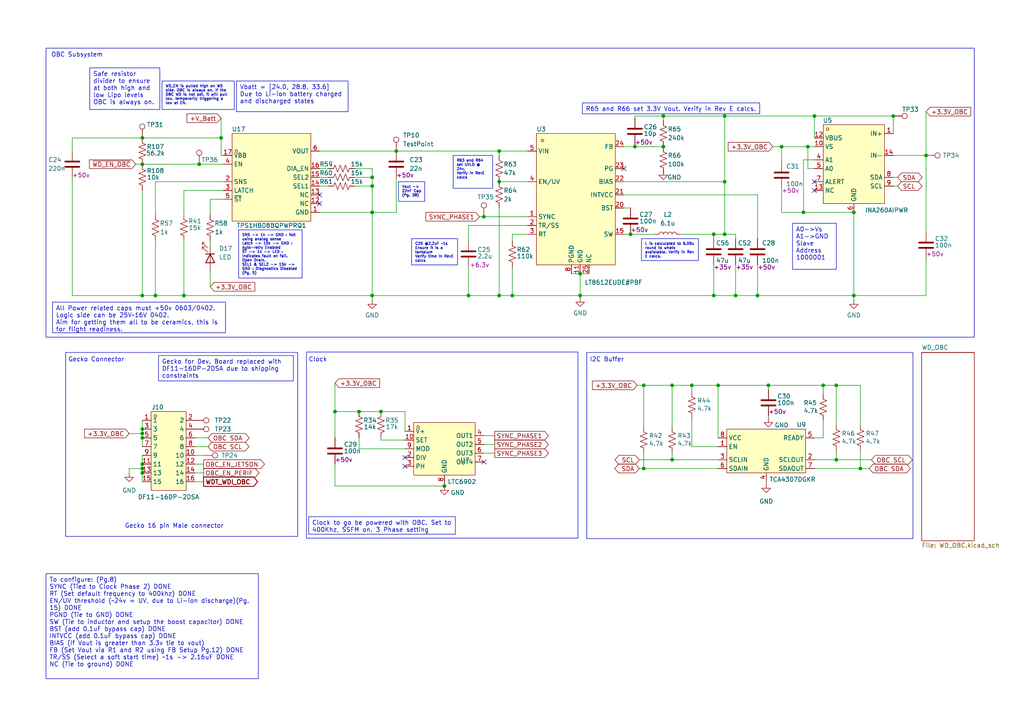
<source format=kicad_sch>
(kicad_sch (version 20250114) (generator "eeschema") (generator_version "9.0")
  (paper "A4")
  (lib_symbols
    (symbol "Device:C" (pin_numbers (hide yes)) (pin_names (offset 0.254))
      (property "Reference" "C" (at 0.635 2.54 0))
      (property "Value" "C" (at 0.635 -2.54 0))
      (symbol "C_0_1"
        (polyline (pts (xy -2.032 0.762) (xy 2.032 0.762)) (stroke (width 0.508)))
        (polyline (pts (xy -2.032 -0.762) (xy 2.032 -0.762)) (stroke (width 0.508)))
      )
      (symbol "C_1_1"
        (pin passive line (at 0 3.81 270) (length 2.794) (name "~") (number "1"))
        (pin passive line (at 0 -3.81 90) (length 2.794) (name "~") (number "2"))
      )
    )
    (symbol "Device:L" (pin_numbers (hide yes)) (pin_names (offset 1.016) (hide yes))
      (property "Reference" "L" (at -1.27 0 90))
      (property "Value" "L" (at 1.905 0 90))
      (symbol "L_0_1"
        (arc (start 0 2.54) (mid 0.6323 1.905) (end 0 1.27))
        (arc (start 0 1.27) (mid 0.6323 0.635) (end 0 0))
        (arc (start 0 0) (mid 0.6323 -0.635) (end 0 -1.27))
        (arc (start 0 -1.27) (mid 0.6323 -1.905) (end 0 -2.54))
      )
      (symbol "L_1_1"
        (pin passive line (at 0 3.81 270) (length 1.27) (name "1") (number "1"))
        (pin passive line (at 0 -3.81 90) (length 1.27) (name "2") (number "2"))
      )
    )
    (symbol "Device:LED" (pin_numbers (hide yes)) (pin_names (offset 1.016) (hide yes))
      (property "Reference" "D" (at 0 2.54 0))
      (property "Value" "LED" (at 0 -2.54 0))
      (symbol "LED_0_1"
        (polyline (pts (xy -3.048 -0.762) (xy -4.572 -2.286) (xy -3.81 -2.286) (xy -4.572 -2.286) (xy -4.572 -1.524)))
        (polyline (pts (xy -1.778 -0.762) (xy -3.302 -2.286) (xy -2.54 -2.286) (xy -3.302 -2.286) (xy -3.302 -1.524)))
        (polyline (pts (xy -1.27 0) (xy 1.27 0)))
        (polyline (pts (xy -1.27 -1.27) (xy -1.27 1.27)) (stroke (width 0.254)))
        (polyline (pts (xy 1.27 -1.27) (xy 1.27 1.27) (xy -1.27 0) (xy 1.27 -1.27)) (stroke (width 0.254)))
      )
      (symbol "LED_1_1"
        (pin passive line (at -3.81 0 0) (length 2.54) (name "K") (number "1"))
        (pin passive line (at 3.81 0 180) (length 2.54) (name "A") (number "2"))
      )
    )
    (symbol "Device:R_US" (pin_numbers (hide yes)) (pin_names (offset 0))
      (property "Reference" "R" (at 2.54 0 90))
      (property "Value" "R_US" (at -2.54 0 90))
      (symbol "R_US_0_1"
        (polyline (pts (xy 0 2.286) (xy 0 2.54)))
        (polyline (pts (xy 0 2.286) (xy 1.016 1.905) (xy 0 1.524) (xy -1.016 1.143) (xy 0 0.762)))
        (polyline (pts (xy 0 0.762) (xy 1.016 0.381) (xy 0 0) (xy -1.016 -0.381) (xy 0 -0.762)))
        (polyline (pts (xy 0 -0.762) (xy 1.016 -1.143) (xy 0 -1.524) (xy -1.016 -1.905) (xy 0 -2.286)))
        (polyline (pts (xy 0 -2.286) (xy 0 -2.54)))
      )
      (symbol "R_US_1_1"
        (pin passive line (at 0 3.81 270) (length 1.27) (name "~") (number "1"))
        (pin passive line (at 0 -3.81 90) (length 1.27) (name "~") (number "2"))
      )
    )
    (symbol "EPS:DF11-16DP-2DSA(08)"
      (property "Reference" "CN" (at 0 13.97 0))
      (property "Value" "DF11-16DP-2DSA(08)" (at 0 -13.97 0))
      (symbol "DF11-16DP-2DSA(08)_0_1"
        (rectangle (start -5.08 11.43) (end 5.08 -11.43) (fill (type background)))
        (circle (center -3.81 10.16) (radius 0.38))
        (pin unspecified line (at -7.62 8.89 0) (length 2.54) (name "1") (number "1"))
        (pin unspecified line (at -7.62 6.35 0) (length 2.54) (name "3") (number "3"))
        (pin unspecified line (at -7.62 3.81 0) (length 2.54) (name "5") (number "5"))
        (pin unspecified line (at -7.62 1.27 0) (length 2.54) (name "7") (number "7"))
        (pin unspecified line (at -7.62 -1.27 0) (length 2.54) (name "9") (number "9"))
        (pin unspecified line (at -7.62 -3.81 0) (length 2.54) (name "11") (number "11"))
        (pin unspecified line (at -7.62 -6.35 0) (length 2.54) (name "13") (number "13"))
        (pin unspecified line (at -7.62 -8.89 0) (length 2.54) (name "15") (number "15"))
        (pin unspecified line (at 7.62 8.89 180) (length 2.54) (name "2") (number "2"))
        (pin unspecified line (at 7.62 6.35 180) (length 2.54) (name "4") (number "4"))
        (pin unspecified line (at 7.62 3.81 180) (length 2.54) (name "6") (number "6"))
        (pin unspecified line (at 7.62 1.27 180) (length 2.54) (name "8") (number "8"))
        (pin unspecified line (at 7.62 -1.27 180) (length 2.54) (name "10") (number "10"))
        (pin unspecified line (at 7.62 -3.81 180) (length 2.54) (name "12") (number "12"))
        (pin unspecified line (at 7.62 -6.35 180) (length 2.54) (name "14") (number "14"))
        (pin unspecified line (at 7.62 -8.89 180) (length 2.54) (name "16") (number "16"))
      )
    )
    (symbol "EPS:INA260AIPWR"
      (property "Reference" "U" (at 0 13.97 0))
      (property "Value" "INA260AIPWR" (at 8.128 -12.954 0))
      (symbol "INA260AIPWR_0_1"
        (rectangle (start -8.89 11.43) (end 8.89 -11.43) (fill (type background)))
        (circle (center -7.62 10.16) (radius 0.38))
      )
      (symbol "INA260AIPWR_1_1"
        (pin passive line (at -11.43 7.62 0) (length 2.54) (name "VBUS") (number "12"))
        (pin passive line (at -11.43 5.08 0) (length 2.54) (name "VS") (number "10"))
        (pin passive line (at -11.43 1.27 0) (length 2.54) (name "A1") (number "4"))
        (pin passive line (at -11.43 -1.27 0) (length 2.54) (name "A0") (number "5"))
        (pin passive line (at -11.43 -5.08 0) (length 2.54) (name "ALERT") (number "7"))
        (pin passive line (at -11.43 -7.62 0) (length 2.54) (name "NC") (number "13"))
        (pin passive line (at 0 -13.97 90) (length 2.54) (name "GND") (number "6"))
        (pin passive line (at 11.43 8.89 180) (length 2.54) (name "IN+") (number "1"))
        (pin passive line (at 11.43 2.54 180) (length 2.54) (name "IN-") (number "14"))
        (pin passive line (at 11.43 -3.81 180) (length 2.54) (name "SDA") (number "8"))
        (pin passive line (at 11.43 -6.35 180) (length 2.54) (name "SCL") (number "9"))
      )
    )
    (symbol "EPS:LT8612EUDE#PBF"
      (property "Reference" "U" (at -1.27 24.13 0))
      (property "Value" "LT8612EUDE#PBF" (at 0 -29.21 0))
      (symbol "LT8612EUDE#PBF_0_1"
        (rectangle (start -11.43 16.51) (end 11.43 -21.59) (fill (type background)))
        (circle (center -9.652 14.478) (radius 0.38))
      )
      (symbol "LT8612EUDE#PBF_1_1"
        (pin passive line (at -13.97 11.43 0) (length 2.54) (name "VIN") (number "5"))
        (pin passive line (at -13.97 2.54 0) (length 2.54) (name "EN/UV") (number "4"))
        (pin passive line (at -13.97 -7.62 0) (length 2.54) (name "SYNC") (number "1"))
        (pin passive line (at -13.97 -10.16 0) (length 2.54) (name "TR/SS") (number "2"))
        (pin passive line (at -13.97 -12.7 0) (length 2.54) (name "RT") (number "3"))
        (pin passive line (at -1.27 -24.13 90) (length 2.54) (name "PGND") (number "8"))
        (pin passive line (at 1.27 -24.13 90) (length 2.54) (name "GND") (number "11"))
        (pin passive line (at 3.81 -24.13 90) (length 2.54) (name "NC") (number "25"))
        (pin passive line (at 13.97 12.7 180) (length 2.54) (name "FB") (number "24"))
        (pin passive line (at 13.97 6.35 180) (length 2.54) (name "PG") (number "23"))
        (pin passive line (at 13.97 2.54 180) (length 2.54) (name "BIAS") (number "22"))
        (pin passive line (at 13.97 -1.27 180) (length 2.54) (name "INTVCC") (number "21"))
        (pin passive line (at 13.97 -5.08 180) (length 2.54) (name "BST") (number "20"))
        (pin passive line (at 13.97 -12.7 180) (length 2.54) (name "SW") (number "15"))
      )
    )
    (symbol "EPS:LTC6902IMS#TRPBF"
      (property "Reference" "U" (at 0 10.16 0))
      (property "Value" "LTC6902IMS#TRPBF" (at 0 -10.16 0))
      (symbol "LTC6902IMS#TRPBF_0_1"
        (rectangle (start -8.89 7.62) (end 8.89 -7.62) (fill (type background)))
        (circle (center -7.62 6.35) (radius 0.38))
        (pin unspecified line (at -11.43 5.08 0) (length 2.54) (name "V+") (number "1"))
        (pin unspecified line (at -11.43 2.54 0) (length 2.54) (name "SET") (number "10"))
        (pin unspecified line (at -11.43 0 0) (length 2.54) (name "MOD") (number "9"))
        (pin unspecified line (at -11.43 -2.54 0) (length 2.54) (name "DIV") (number "2"))
        (pin unspecified line (at -11.43 -5.08 0) (length 2.54) (name "PH") (number "3"))
        (pin unspecified line (at 0 -10.16 90) (length 2.54) (name "GND") (number "8"))
        (pin unspecified line (at 11.43 3.81 180) (length 2.54) (name "OUT1") (number "4"))
        (pin unspecified line (at 11.43 1.27 180) (length 2.54) (name "OUT2") (number "5"))
        (pin unspecified line (at 11.43 -1.27 180) (length 2.54) (name "OUT3") (number "6"))
        (pin unspecified line (at 11.43 -3.81 180) (length 2.54) (name "OUT4") (number "7"))
      )
    )
    (symbol "EPS:TCA4307DGKR"
      (property "Reference" "U" (at 0 8.89 0))
      (property "Value" "TCA4307DGKR" (at 0 -8.89 0))
      (symbol "TCA4307DGKR_0_1"
        (rectangle (start -11.43 6.35) (end 11.43 -6.35) (fill (type background)))
        (pin unspecified line (at -13.97 3.81 0) (length 2.54) (name "VCC") (number "8"))
        (pin unspecified line (at -13.97 1.27 0) (length 2.54) (name "EN") (number "1"))
        (pin unspecified line (at -13.97 -2.54 0) (length 2.54) (name "SCLIN") (number "3"))
        (pin unspecified line (at -13.97 -5.08 0) (length 2.54) (name "SDAIN") (number "6"))
        (pin unspecified line (at 0 -8.89 90) (length 2.54) (name "GND") (number "4"))
        (pin unspecified line (at 13.97 3.81 180) (length 2.54) (name "READY") (number "5"))
        (pin unspecified line (at 13.97 -2.54 180) (length 2.54) (name "SCLOUT") (number "2"))
        (pin unspecified line (at 13.97 -5.08 180) (length 2.54) (name "SDAOUT") (number "7"))
      )
    )
    (symbol "EPS:TPS1HB08BQPWPRQ1"
      (property "Reference" "U" (at 0 15.24 0))
      (property "Value" "TPS1HB08BQPWPRQ1" (at 0 -15.24 0))
      (symbol "TPS1HB08BQPWPRQ1_0_1"
        (rectangle (start -11.43 12.7) (end 11.43 -12.7) (fill (type background)))
        (circle (center -10.16 7.62) (radius 0.38))
      )
      (symbol "TPS1HB08BQPWPRQ1_1_1"
        (pin passive line (at -13.97 6.35 0) (length 2.54) (name "VBB") (number "17"))
        (pin passive line (at -13.97 3.81 0) (length 2.54) (name "EN") (number "4"))
        (pin passive line (at -13.97 -1.27 0) (length 2.54) (name "SNS") (number "2"))
        (pin passive line (at -13.97 -3.81 0) (length 2.54) (name "LATCH") (number "3"))
        (pin passive line (at -13.97 -6.35 0) (length 2.54) (name "~{ST}") (number "5"))
        (pin passive line (at 13.97 7.62 180) (length 2.54) (name "VOUT") (number "6"))
        (pin passive line (at 13.97 2.54 180) (length 2.54) (name "DIA_EN") (number "16"))
        (pin passive line (at 13.97 0 180) (length 2.54) (name "SEL2") (number "15"))
        (pin passive line (at 13.97 -2.54 180) (length 2.54) (name "SEL1") (number "14"))
        (pin passive line (at 13.97 -5.08 180) (length 2.54) (name "NC") (number "13"))
        (pin passive line (at 13.97 -7.62 180) (length 2.54) (name "NC") (number "12"))
        (pin passive line (at 13.97 -10.16 180) (length 2.54) (name "GND") (number "1"))
      )
    )
    (symbol "EPS:TestPoint" (pin_numbers (hide yes)) (pin_names (offset 0.762) (hide yes))
      (property "Reference" "TP" (at 0 6.858 0))
      (property "Value" "TestPoint" (at 0 5.08 0))
      (symbol "TestPoint_0_1"
        (circle (center 0 3.302) (radius 0.762))
      )
      (symbol "TestPoint_1_1"
        (pin passive line (at 0 0 90) (length 2.54) (name "1") (number "1"))
      )
    )
    (symbol "power:GND" (power) (pin_numbers (hide yes)) (pin_names (offset 0) (hide yes))
      (property "Value" "GND" (at 0 -3.81 0))
      (symbol "GND_0_1"
        (polyline (pts (xy 0 0) (xy 0 -1.27) (xy 1.27 -1.27) (xy 0 -2.54) (xy -1.27 -1.27) (xy 0 -1.27)))
      )
      (symbol "GND_1_1"
        (pin power_in line (at 0 0 270) (length 0) (name "~") (number "1"))
      )
    )
  )
  (rectangle (start 13.335 13.97) (end 282.575 97.79))
  (rectangle (start 88.9 102.108) (end 167.64 156.083))
  (rectangle (start 170.18 102.235) (end 264.795 156.21))
  (rectangle (start 19.05 102.235) (end 86.36 155.575))
  (text "Clock\n" (at 92.202 104.394 0) (effects (font (size 1.27 1.27))))
  (text "OBC Subsystem" (at 22.352 16.002 0) (effects (font (size 1.27 1.27))))
  (text "I2C Buffer" (at 176.022 104.394 0) (effects (font (size 1.27 1.27))))
  (text "Gecko Connector" (at 27.94 104.394 0) (effects (font (size 1.27 1.27))))
  (text "Gecko 16 pin Male connector" (at 50.546 152.654 0) (effects (font (size 1.27 1.27))))
  (text_box "R65 and R66 set 3.3V Vout. Verify in Rev E calcs." (at 168.91 29.845 0) (size 51.435 3.175) (margins 0.9525 0.9525 0.9525 0.9525) (effects (font (size 1.27 1.27)) (justify left top)))
  (text_box "L is calculated to 6.09u round to whats avaialable. Verify in Rev E calcs." (at 186.055 69.215 0) (size 16.51 6.35) (margins 0.9525 0.9525 0.9525 0.9525) (effects (font (size 0.762 0.762)) (justify left top)))
  (text_box "A0->Vs\nA1->GND\nSlave Address\n1000001" (at 229.87 64.77 0) (size 12.7 13.335) (margins 0.9525 0.9525 0.9525 0.9525) (effects (font (size 1.27 1.27)) (justify left top)))
  (text_box "All Power related caps must +50v 0603/0402. Logic side can be 25V~16V 0402.\nAim for getting them all to be ceramics, this is for flight readiness." (at 15.24 87.63 0) (size 50.165 8.89) (margins 0.9525 0.9525 0.9525 0.9525) (effects (font (size 1.27 1.27)) (justify left top)))
  (text_box "To configure: (Pg.8)\nSYNC (Tied to Clock Phase 2) DONE\nRT (Set default frequency to 400khz) DONE\nEN/UV threshold (~24v = UV, due to Li-ion discharge)(Pg. 15) DONE\nPGND (Tie to GND) DONE\nSW (Tie to inductor and setup the boost capacitor) DONE\nBST (add 0.1uF bypass cap) DONE\nINTVCC (add 0.1uF bypass cap) DONE\nBIAS (If Vout is greater than 3.3v tie to vout)\nFB (Set Vout via R1 and R2 using FB Setup Pg.12) DONE\nTR/SS (Select a soft start time) ~1s -> 2.16uF DONE\nNC (Tie to ground) DONE" (at 13.335 166.37 0) (size 61.595 30.48) (margins 0.9525 0.9525 0.9525 0.9525) (effects (font (size 1.27 1.27)) (justify left top)))
  (text_box "Vbatt = [24.0, 28.8, 33.6] Due to Li-ion battery charged and discharged states" (at 68.58 23.495 0) (size 32.385 8.89) (margins 0.9525 0.9525 0.9525 0.9525) (effects (font (size 1.27 1.27)) (justify left top)))
  (text_box "Safe resistor divider to ensure at both high and low Lipo levels OBC is always on." (at 26.035 19.685 0) (size 20.32 12.065) (margins 0.9525 0.9525 0.9525 0.9525) (effects (font (size 1.27 1.27)) (justify left top)))
  (text_box "WD_EN is pulled high on WD side. OBC is always on. If the OBC WD is not pet, it will pull low, temporarily triggering a low at EN." (at 46.99 23.495 0) (size 20.955 8.255) (margins 0.9525 0.9525 0.9525 0.9525) (effects (font (size 0.762 0.762)) (justify left top)))
  (text_box "R63 and R64 set UVLO @ 24v.\nVerify in RevE calcs" (at 131.445 45.085 0) (size 11.43 9.525) (margins 0.9525 0.9525 0.9525 0.9525) (effects (font (size 0.762 0.762)) (justify left top)))
  (text_box "Vout -> 22nF Cap\n(Pg. 38)" (at 115.57 52.705 0) (size 7.62 5.715) (margins 0.9525 0.9525 0.9525 0.9525) (effects (font (size 0.762 0.762)) (justify left top)))
  (text_box "C25 @2.2uF ~1s\nEnsure it is a tantalum\nVerify time in RevE calcs" (at 119.38 69.215 0) (size 13.335 7.62) (margins 0.9525 0.9525 0.9525 0.9525) (effects (font (size 0.762 0.762)) (justify left top)))
  (text_box "Gecko for Dev. Board replaced with DF11-16DP-2DSA due to shipping constraints" (at 45.974 103.124 0) (size 39.116 7.366) (margins 0.9525 0.9525 0.9525 0.9525) (effects (font (size 1.27 1.27)) (justify left top)))
  (text_box "SNS -> 1k -> GND : Not using analog sense\nLatch -> 15k -> GND : Auto-retry Enabled\n~{ST} -> 1k -> LED : Indicates fault on fail. Open Drain.\nSEL1 & SEL2 -> 15k -> GND : Diagnostics Disabled\n(Pg. 5)" (at 69.215 66.675 0) (size 18.415 13.97) (margins 0.9525 0.9525 0.9525 0.9525) (effects (font (size 0.762 0.762)) (justify left top)))
  (text_box "Clock to go be powered with OBC. Set to 400Khz, SSFM on. 3 Phase setting" (at 89.535 149.86 0) (size 42.545 5.08) (margins 0.9525 0.9525 0.9525 0.9525) (effects (font (size 1.27 1.27)) (justify left top)))
  (junction (at 192.405 33.655))
  (junction (at 45.085 85.725))
  (junction (at 247.65 61.595))
  (junction (at 107.95 53.975))
  (junction (at 41.275 124.46))
  (junction (at 207.01 85.725))
  (junction (at 110.49 119.38))
  (junction (at 107.95 85.725))
  (junction (at 247.65 85.725))
  (junction (at 41.275 125.73))
  (junction (at 144.78 85.725))
  (junction (at 53.34 85.725))
  (junction (at 259.08 33.655))
  (junction (at 222.885 111.76))
  (junction (at 97.155 119.38))
  (junction (at 41.275 134.62))
  (junction (at 234.315 42.545))
  (junction (at 107.95 51.435))
  (junction (at 192.405 42.545))
  (junction (at 208.28 111.76))
  (junction (at 194.945 111.76))
  (junction (at 233.045 61.595))
  (junction (at 41.275 47.625))
  (junction (at 41.275 127))
  (junction (at 200.66 111.76))
  (junction (at 57.785 47.625))
  (junction (at 219.71 85.725))
  (junction (at 41.275 135.89))
  (junction (at 186.69 135.89))
  (junction (at 238.76 111.76))
  (junction (at 114.935 43.815))
  (junction (at 128.905 140.97))
  (junction (at 144.78 43.815))
  (junction (at 144.78 52.705))
  (junction (at 242.57 111.76))
  (junction (at 140.335 62.865))
  (junction (at 242.57 133.35))
  (junction (at 64.135 40.005))
  (junction (at 104.14 119.38))
  (junction (at 210.185 67.945))
  (junction (at 168.275 79.375))
  (junction (at 249.555 135.89))
  (junction (at 148.59 85.725))
  (junction (at 41.275 85.725))
  (junction (at 210.185 33.655))
  (junction (at 186.69 111.76))
  (junction (at 41.275 137.16))
  (junction (at 168.275 85.725))
  (junction (at 226.695 42.545))
  (junction (at 210.185 52.705))
  (junction (at 213.36 85.725))
  (junction (at 207.01 67.945))
  (junction (at 135.89 85.725))
  (junction (at 182.88 67.945))
  (junction (at 107.95 61.595))
  (junction (at 184.15 42.545))
  (junction (at 236.22 33.655))
  (junction (at 194.945 133.35))
  (junction (at 268.605 45.085))
  (junction (at 41.275 40.005))
  (no_connect (at 236.22 55.245))
  (no_connect (at 117.475 132.715))
  (no_connect (at 236.22 52.705))
  (no_connect (at 117.475 135.255))
  (no_connect (at 140.335 133.985))
  (no_connect (at 92.71 56.515))
  (no_connect (at 180.975 48.895))
  (no_connect (at 92.71 59.055))
  (wire (pts (xy 234.315 42.545) (xy 236.22 42.545)))
  (wire (pts (xy 107.95 85.725) (xy 107.95 61.595)))
  (wire (pts (xy 249.555 111.76) (xy 249.555 123.19)))
  (wire (pts (xy 135.89 85.725) (xy 144.78 85.725)))
  (wire (pts (xy 226.695 61.595) (xy 233.045 61.595)))
  (wire (pts (xy 210.185 67.945) (xy 213.36 67.945)))
  (wire (pts (xy 144.78 60.325) (xy 144.78 85.725)))
  (wire (pts (xy 45.085 69.85) (xy 45.085 85.725)))
  (wire (pts (xy 53.34 55.245) (xy 53.34 62.23)))
  (wire (pts (xy 60.96 57.785) (xy 64.77 57.785)))
  (wire (pts (xy 268.605 32.385) (xy 268.605 45.085)))
  (wire (pts (xy 222.25 140.335) (xy 222.25 139.7)))
  (wire (pts (xy 192.405 33.655) (xy 184.15 33.655)))
  (wire (pts (xy 92.71 61.595) (xy 107.95 61.595)))
  (wire (pts (xy 140.335 62.865) (xy 153.035 62.865)))
  (wire (pts (xy 194.945 111.76) (xy 200.66 111.76)))
  (wire (pts (xy 194.945 111.76) (xy 194.945 123.825)))
  (wire (pts (xy 41.275 134.62) (xy 41.275 135.89)))
  (wire (pts (xy 92.71 43.815) (xy 114.935 43.815)))
  (wire (pts (xy 135.89 69.85) (xy 135.89 65.405)))
  (wire (pts (xy 41.275 127) (xy 41.275 129.54)))
  (wire (pts (xy 41.275 40.005) (xy 64.135 40.005)))
  (wire (pts (xy 259.08 51.435) (xy 260.35 51.435)))
  (wire (pts (xy 238.76 111.76) (xy 242.57 111.76)))
  (wire (pts (xy 107.95 48.895) (xy 107.95 51.435)))
  (wire (pts (xy 148.59 85.725) (xy 168.275 85.725)))
  (wire (pts (xy 41.275 137.16) (xy 41.275 139.7)))
  (wire (pts (xy 37.465 135.89) (xy 41.275 135.89)))
  (wire (pts (xy 186.69 135.89) (xy 208.28 135.89)))
  (wire (pts (xy 110.49 119.38) (xy 117.475 119.38)))
  (wire (pts (xy 53.34 55.245) (xy 64.77 55.245)))
  (wire (pts (xy 192.405 33.655) (xy 192.405 34.925)))
  (wire (pts (xy 95.25 51.435) (xy 92.71 51.435)))
  (wire (pts (xy 140.335 131.445) (xy 143.51 131.445)))
  (wire (pts (xy 60.96 83.185) (xy 60.96 78.74)))
  (wire (pts (xy 97.155 140.97) (xy 128.905 140.97)))
  (wire (pts (xy 148.59 67.945) (xy 153.035 67.945)))
  (wire (pts (xy 213.36 76.835) (xy 213.36 85.725)))
  (wire (pts (xy 56.515 137.16) (xy 59.055 137.16)))
  (wire (pts (xy 242.57 130.81) (xy 242.57 133.35)))
  (wire (pts (xy 222.885 120.65) (xy 222.885 121.285)))
  (wire (pts (xy 184.785 111.76) (xy 186.69 111.76)))
  (wire (pts (xy 64.77 52.705) (xy 45.085 52.705)))
  (wire (pts (xy 222.885 111.76) (xy 238.76 111.76)))
  (wire (pts (xy 180.975 60.325) (xy 182.88 60.325)))
  (wire (pts (xy 97.155 134.62) (xy 97.155 140.97)))
  (wire (pts (xy 236.22 40.005) (xy 236.22 33.655)))
  (wire (pts (xy 249.555 130.81) (xy 249.555 135.89)))
  (wire (pts (xy 222.885 113.03) (xy 222.885 111.76)))
  (wire (pts (xy 234.315 48.895) (xy 234.315 42.545)))
  (wire (pts (xy 210.185 33.655) (xy 236.22 33.655)))
  (wire (pts (xy 268.605 85.725) (xy 268.605 74.93)))
  (wire (pts (xy 180.975 56.515) (xy 219.71 56.515)))
  (wire (pts (xy 135.89 65.405) (xy 153.035 65.405)))
  (wire (pts (xy 60.96 69.85) (xy 60.96 71.12)))
  (wire (pts (xy 186.69 131.445) (xy 186.69 135.89)))
  (wire (pts (xy 20.955 43.815) (xy 20.955 40.005)))
  (wire (pts (xy 102.87 51.435) (xy 107.95 51.435)))
  (wire (pts (xy 238.76 121.92) (xy 238.76 127)))
  (wire (pts (xy 144.78 43.815) (xy 144.78 45.085)))
  (wire (pts (xy 56.515 134.62) (xy 59.055 134.62)))
  (wire (pts (xy 56.515 139.7) (xy 59.055 139.7)))
  (wire (pts (xy 107.95 53.975) (xy 107.95 61.595)))
  (wire (pts (xy 41.275 132.08) (xy 41.275 134.62)))
  (wire (pts (xy 233.045 61.595) (xy 247.65 61.595)))
  (wire (pts (xy 60.96 57.785) (xy 60.96 62.23)))
  (wire (pts (xy 184.15 41.91) (xy 184.15 42.545)))
  (wire (pts (xy 236.22 48.895) (xy 234.315 48.895)))
  (wire (pts (xy 97.155 119.38) (xy 97.155 127)))
  (wire (pts (xy 182.88 67.945) (xy 189.865 67.945)))
  (wire (pts (xy 165.735 79.375) (xy 168.275 79.375)))
  (wire (pts (xy 110.49 127) (xy 110.49 127.635)))
  (wire (pts (xy 180.975 52.705) (xy 210.185 52.705)))
  (wire (pts (xy 185.42 133.35) (xy 194.945 133.35)))
  (wire (pts (xy 226.695 42.545) (xy 226.695 46.99)))
  (wire (pts (xy 104.14 127) (xy 104.14 130.175)))
  (wire (pts (xy 242.57 111.76) (xy 249.555 111.76)))
  (wire (pts (xy 186.69 111.76) (xy 186.69 123.825)))
  (wire (pts (xy 238.76 127) (xy 236.22 127)))
  (wire (pts (xy 140.335 126.365) (xy 143.51 126.365)))
  (wire (pts (xy 168.275 85.725) (xy 207.01 85.725)))
  (wire (pts (xy 110.49 127.635) (xy 117.475 127.635)))
  (wire (pts (xy 139.065 62.865) (xy 140.335 62.865)))
  (wire (pts (xy 213.36 67.945) (xy 213.36 69.215)))
  (wire (pts (xy 200.66 121.285) (xy 200.66 129.54)))
  (wire (pts (xy 236.22 33.655) (xy 259.08 33.655)))
  (wire (pts (xy 184.15 42.545) (xy 192.405 42.545)))
  (wire (pts (xy 224.155 42.545) (xy 226.695 42.545)))
  (wire (pts (xy 180.975 67.945) (xy 182.88 67.945)))
  (wire (pts (xy 64.135 40.005) (xy 64.135 45.085)))
  (wire (pts (xy 219.71 56.515) (xy 219.71 69.215)))
  (wire (pts (xy 233.045 46.355) (xy 236.22 46.355)))
  (wire (pts (xy 186.69 111.76) (xy 194.945 111.76)))
  (wire (pts (xy 45.085 52.705) (xy 45.085 62.23)))
  (wire (pts (xy 148.59 85.725) (xy 148.59 77.47)))
  (wire (pts (xy 208.28 111.76) (xy 208.28 127)))
  (wire (pts (xy 144.78 43.815) (xy 153.035 43.815)))
  (wire (pts (xy 102.87 48.895) (xy 107.95 48.895)))
  (wire (pts (xy 259.08 53.975) (xy 260.35 53.975)))
  (wire (pts (xy 20.955 51.435) (xy 20.955 85.725)))
  (wire (pts (xy 242.57 133.35) (xy 252.73 133.35)))
  (wire (pts (xy 95.25 48.895) (xy 92.71 48.895)))
  (wire (pts (xy 247.65 85.725) (xy 268.605 85.725)))
  (wire (pts (xy 39.37 47.625) (xy 41.275 47.625)))
  (wire (pts (xy 56.515 127) (xy 60.325 127)))
  (wire (pts (xy 247.65 61.595) (xy 247.65 85.725)))
  (wire (pts (xy 226.695 42.545) (xy 234.315 42.545)))
  (wire (pts (xy 194.945 131.445) (xy 194.945 133.35)))
  (wire (pts (xy 41.275 125.73) (xy 41.275 127)))
  (wire (pts (xy 194.945 133.35) (xy 208.28 133.35)))
  (wire (pts (xy 236.22 135.89) (xy 249.555 135.89)))
  (wire (pts (xy 207.01 85.725) (xy 213.36 85.725)))
  (wire (pts (xy 197.485 67.945) (xy 207.01 67.945)))
  (wire (pts (xy 20.955 40.005) (xy 41.275 40.005)))
  (wire (pts (xy 102.87 53.975) (xy 107.95 53.975)))
  (wire (pts (xy 41.275 124.46) (xy 41.275 125.73)))
  (wire (pts (xy 64.135 45.085) (xy 64.77 45.085)))
  (wire (pts (xy 144.78 85.725) (xy 148.59 85.725)))
  (wire (pts (xy 97.155 119.38) (xy 104.14 119.38)))
  (wire (pts (xy 107.95 61.595) (xy 114.935 61.595)))
  (wire (pts (xy 128.905 140.335) (xy 128.905 140.97)))
  (wire (pts (xy 64.135 34.29) (xy 64.135 40.005)))
  (wire (pts (xy 210.185 33.655) (xy 210.185 52.705)))
  (wire (pts (xy 56.515 129.54) (xy 60.325 129.54)))
  (wire (pts (xy 104.14 119.38) (xy 110.49 119.38)))
  (wire (pts (xy 20.955 85.725) (xy 41.275 85.725)))
  (wire (pts (xy 207.01 76.835) (xy 207.01 85.725)))
  (wire (pts (xy 219.71 85.725) (xy 247.65 85.725)))
  (wire (pts (xy 117.475 119.38) (xy 117.475 125.095)))
  (wire (pts (xy 37.465 125.73) (xy 41.275 125.73)))
  (wire (pts (xy 56.515 132.08) (xy 59.055 132.08)))
  (wire (pts (xy 114.935 51.435) (xy 114.935 61.595)))
  (wire (pts (xy 140.335 128.905) (xy 143.51 128.905)))
  (wire (pts (xy 41.275 47.625) (xy 57.785 47.625)))
  (wire (pts (xy 184.15 33.655) (xy 184.15 34.29)))
  (wire (pts (xy 53.34 85.725) (xy 107.95 85.725)))
  (wire (pts (xy 168.275 86.36) (xy 168.275 85.725)))
  (wire (pts (xy 207.01 67.945) (xy 210.185 67.945)))
  (wire (pts (xy 238.76 111.76) (xy 238.76 114.3)))
  (wire (pts (xy 41.275 55.245) (xy 41.275 85.725)))
  (wire (pts (xy 57.785 47.625) (xy 64.77 47.625)))
  (wire (pts (xy 200.66 111.76) (xy 200.66 113.665)))
  (wire (pts (xy 226.695 54.61) (xy 226.695 61.595)))
  (wire (pts (xy 37.465 137.16) (xy 37.465 135.89)))
  (wire (pts (xy 249.555 135.89) (xy 252.095 135.89)))
  (wire (pts (xy 107.95 85.725) (xy 135.89 85.725)))
  (wire (pts (xy 208.28 111.76) (xy 222.885 111.76)))
  (wire (pts (xy 233.045 46.355) (xy 233.045 61.595)))
  (wire (pts (xy 104.14 130.175) (xy 117.475 130.175)))
  (wire (pts (xy 180.975 42.545) (xy 184.15 42.545)))
  (wire (pts (xy 45.085 85.725) (xy 53.34 85.725)))
  (wire (pts (xy 268.605 45.085) (xy 268.605 67.31)))
  (wire (pts (xy 135.89 77.47) (xy 135.89 85.725)))
  (wire (pts (xy 185.42 135.89) (xy 186.69 135.89)))
  (wire (pts (xy 41.275 121.92) (xy 41.275 124.46)))
  (wire (pts (xy 247.65 86.995) (xy 247.65 85.725)))
  (wire (pts (xy 114.935 43.815) (xy 144.78 43.815)))
  (wire (pts (xy 95.25 53.975) (xy 92.71 53.975)))
  (wire (pts (xy 207.01 67.945) (xy 207.01 69.215)))
  (wire (pts (xy 259.08 45.085) (xy 268.605 45.085)))
  (wire (pts (xy 107.95 86.995) (xy 107.95 85.725)))
  (wire (pts (xy 219.71 76.835) (xy 219.71 85.725)))
  (wire (pts (xy 107.95 51.435) (xy 107.95 53.975)))
  (wire (pts (xy 259.08 33.655) (xy 259.08 38.735)))
  (wire (pts (xy 168.275 79.375) (xy 170.815 79.375)))
  (wire (pts (xy 192.405 33.655) (xy 210.185 33.655)))
  (wire (pts (xy 53.34 69.85) (xy 53.34 85.725)))
  (wire (pts (xy 148.59 67.945) (xy 148.59 69.85)))
  (wire (pts (xy 210.185 52.705) (xy 210.185 67.945)))
  (wire (pts (xy 41.275 85.725) (xy 45.085 85.725)))
  (wire (pts (xy 200.66 129.54) (xy 208.28 129.54)))
  (wire (pts (xy 144.78 52.705) (xy 153.035 52.705)))
  (wire (pts (xy 168.275 79.375) (xy 168.275 85.725)))
  (wire (pts (xy 192.405 49.53) (xy 192.405 50.165)))
  (wire (pts (xy 200.66 111.76) (xy 208.28 111.76)))
  (wire (pts (xy 213.36 85.725) (xy 219.71 85.725)))
  (wire (pts (xy 41.275 135.89) (xy 41.275 137.16)))
  (wire (pts (xy 236.22 133.35) (xy 242.57 133.35)))
  (wire (pts (xy 242.57 123.19) (xy 242.57 111.76)))
  (wire (pts (xy 97.155 111.125) (xy 97.155 119.38)))
  (global_label "SYNC_PHASE1" (shape input) (at 139.065 62.865 180) (property "Intersheetrefs" "${INTERSHEET_REFS}" (effects (hide yes))))
  (global_label "SCL" (shape bidirectional) (at 185.42 133.35 180) (property "Intersheetrefs" "${INTERSHEET_REFS}" (effects (hide yes))))
  (global_label "SYNC_PHASE1" (shape output) (at 143.51 126.365 0) (property "Intersheetrefs" "${INTERSHEET_REFS}" (effects (hide yes))))
  (global_label "+V_Batt" (shape input) (at 64.135 34.29 180) (property "Intersheetrefs" "${INTERSHEET_REFS}" (effects (hide yes))))
  (global_label "+3.3V_OBC" (shape input) (at 37.465 125.73 180) (property "Intersheetrefs" "${INTERSHEET_REFS}" (effects (hide yes))))
  (global_label "OBC_EN_JETSON" (shape output) (at 59.055 134.62 0) (property "Intersheetrefs" "${INTERSHEET_REFS}" (effects (hide yes))))
  (global_label "WDT_WDI_OBC" (shape output) (at 59.055 139.7 0) (effects (font (thickness 0.254) (bold yes))) (property "Intersheetrefs" "${INTERSHEET_REFS}" (effects (hide yes))))
  (global_label "SDA" (shape bidirectional) (at 185.42 135.89 180) (property "Intersheetrefs" "${INTERSHEET_REFS}" (effects (hide yes))))
  (global_label "+3.3V_OBC" (shape input) (at 268.605 32.385 0) (property "Intersheetrefs" "${INTERSHEET_REFS}" (effects (hide yes))))
  (global_label "OBC SCL" (shape bidirectional) (at 252.73 133.35 0) (property "Intersheetrefs" "${INTERSHEET_REFS}" (effects (hide yes))))
  (global_label "+3.3V_OBC" (shape input) (at 97.155 111.125 0) (property "Intersheetrefs" "${INTERSHEET_REFS}" (effects (hide yes))))
  (global_label "SYNC_PHASE2" (shape output) (at 143.51 128.905 0) (property "Intersheetrefs" "${INTERSHEET_REFS}" (effects (hide yes))))
  (global_label "+3.3V_OBC" (shape input) (at 184.785 111.76 180) (property "Intersheetrefs" "${INTERSHEET_REFS}" (effects (hide yes))))
  (global_label "+3.3V_OBC" (shape input) (at 224.155 42.545 180) (property "Intersheetrefs" "${INTERSHEET_REFS}" (effects (hide yes))))
  (global_label "~{WD_EN_OBC}" (shape input) (at 39.37 47.625 180) (property "Intersheetrefs" "${INTERSHEET_REFS}" (effects (hide yes))))
  (global_label "SYNC_PHASE3" (shape output) (at 143.51 131.445 0) (property "Intersheetrefs" "${INTERSHEET_REFS}" (effects (hide yes))))
  (global_label "OBC_EN_PERIF" (shape output) (at 59.055 137.16 0) (property "Intersheetrefs" "${INTERSHEET_REFS}" (effects (hide yes))))
  (global_label "OBC SDA" (shape bidirectional) (at 60.325 127 0) (property "Intersheetrefs" "${INTERSHEET_REFS}" (effects (hide yes))))
  (global_label "+3.3V_OBC" (shape input) (at 60.96 83.185 0) (property "Intersheetrefs" "${INTERSHEET_REFS}" (effects (hide yes))))
  (global_label "SDA" (shape bidirectional) (at 260.35 51.435 0) (property "Intersheetrefs" "${INTERSHEET_REFS}" (effects (hide yes))))
  (global_label "OBC SDA" (shape bidirectional) (at 252.095 135.89 0) (property "Intersheetrefs" "${INTERSHEET_REFS}" (effects (hide yes))))
  (global_label "SCL" (shape bidirectional) (at 260.35 53.975 0) (property "Intersheetrefs" "${INTERSHEET_REFS}" (effects (hide yes))))
  (global_label "OBC SCL" (shape bidirectional) (at 60.325 129.54 0) (property "Intersheetrefs" "${INTERSHEET_REFS}" (effects (hide yes))))
  (symbol (lib_id "Device:R_US") (at 144.78 48.895 0) (unit 1)
    (property "Reference" "R63" (at 146.05 47.625 0) (effects (justify left)))
    (property "Value" "47k" (at 146.05 50.165 0) (effects (justify left)))
    (property "Footprint" "EPS:R0402" (effects (hide yes)))
    (property "Description" "Resistor, US symbol" (effects (hide yes)))
    (property "LCSC" "C93943" (effects (hide yes)))
  )
  (symbol (lib_id "EPS:TestPoint") (at 56.515 121.92 270) (unit 1)
    (property "Reference" "TP22" (at 62.23 121.9199 90) (effects (justify left)))
    (property "Value" "TestPoint" (effects (hide yes)))
    (property "Footprint" "TestPoint:TestPoint_Pad_1.0x1.0mm" (effects (hide yes)))
    (property "Description" "test point" (effects (hide yes)))
  )
  (symbol (lib_id "Device:R_US") (at 144.78 56.515 0) (unit 1)
    (property "Reference" "R64" (at 146.05 55.245 0) (effects (justify left)))
    (property "Value" "2k" (at 146.05 57.785 0) (effects (justify left)))
    (property "Footprint" "EPS:R0402" (effects (hide yes)))
    (property "Description" "Resistor, US symbol" (effects (hide yes)))
    (property "LCSC" "C60488" (effects (hide yes)))
  )
  (symbol (lib_id "power:GND") (at 192.405 49.53 0) (unit 1)
    (property "Reference" "#PWR052" (effects (hide yes)))
    (property "Value" "GND" (at 195.58 51.435 0))
    (property "Description" "Power symbol creates a global label with name \"GND\" , ground" (effects (hide yes)))
  )
  (symbol (lib_id "EPS:TCA4307DGKR") (at 222.25 130.81 0) (unit 1)
    (property "Reference" "U9" (at 232.41 123.19 0))
    (property "Value" "TCA4307DGKR" (at 229.87 139.065 0))
    (property "Footprint" "EPS:VSSOP-8_L3.0-W3.0-P0.65-LS4.9-BL" (effects (hide yes)))
    (property "Datasheet" "https://www.ti.com/general/docs/suppproductinfo.tsp?distId=10&gotoUrl=https%3A%2F%2Fwww.ti.com%2Flit%2Fgpn%2Ftca4307" (effects (hide yes)))
    (property "Description" "I2C Buffer" (effects (hide yes)))
    (property "LCSC Part" "C880333" (effects (hide yes)))
  )
  (symbol (lib_id "Device:C") (at 268.605 71.12 0) (unit 1)
    (property "Reference" "C32" (at 271.145 69.215 0) (effects (justify left)))
    (property "Value" "100n" (at 271.145 71.12 0) (effects (justify left)))
    (property "Footprint" "EPS:C0402" (effects (hide yes)))
    (property "Description" "Unpolarized capacitor" (effects (hide yes)))
    (property "Voltage Rating" "+50v" (at 271.145 73.66 0))
    (property "LCSC" "C85858" (effects (hide yes)))
  )
  (symbol (lib_id "Device:C") (at 114.935 47.625 0) (unit 1)
    (property "Reference" "C23" (at 118.745 46.3549 0) (effects (justify left)))
    (property "Value" "22n" (at 118.745 48.8949 0) (effects (justify left)))
    (property "Footprint" "EPS:C0402" (effects (hide yes)))
    (property "Description" "Unpolarized capacitor" (effects (hide yes)))
    (property "Voltage Rating" "+50v" (at 117.475 50.8 0))
    (property "LCSC" "C77023" (effects (hide yes)))
  )
  (symbol (lib_id "Device:R_US") (at 99.06 48.895 90) (unit 1)
    (property "Reference" "R59" (at 94.615 47.625 90))
    (property "Value" "15k" (at 103.505 47.625 90))
    (property "Footprint" "EPS:R0402" (effects (hide yes)))
    (property "Description" "Resistor, US symbol" (effects (hide yes)))
    (property "LCSC" "C25756" (effects (hide yes)))
  )
  (symbol (lib_id "Device:R_US") (at 192.405 46.355 0) (unit 1)
    (property "Reference" "R66" (at 193.675 45.085 0) (effects (justify left)))
    (property "Value" "100k" (at 193.675 47.625 0) (effects (justify left)))
    (property "Footprint" "EPS:R0402" (effects (hide yes)))
    (property "Description" "Resistor, US symbol" (effects (hide yes)))
    (property "LCSC" "C60491" (effects (hide yes)))
  )
  (symbol (lib_id "EPS:TestPoint") (at 268.605 45.085 270) (unit 1)
    (property "Reference" "TP34" (at 273.431 45.085 90) (effects (justify left)))
    (property "Value" "TestPoint" (effects (hide yes)))
    (property "Footprint" "TestPoint:TestPoint_Pad_1.0x1.0mm" (effects (hide yes)))
    (property "Description" "test point" (effects (hide yes)))
  )
  (symbol (lib_id "power:GND") (at 107.95 86.995 0) (unit 1)
    (property "Reference" "#PWR046" (effects (hide yes)))
    (property "Value" "GND" (at 107.95 91.44 0))
    (property "Description" "Power symbol creates a global label with name \"GND\" , ground" (effects (hide yes)))
  )
  (symbol (lib_id "EPS:TestPoint") (at 41.275 40.005 0) (unit 1)
    (property "Reference" "TP31" (at 42.545 36.195 0) (effects (justify left)))
    (property "Value" "TestPoint" (effects (hide yes)))
    (property "Footprint" "TestPoint:TestPoint_Pad_1.0x1.0mm" (effects (hide yes)))
    (property "Description" "test point" (effects (hide yes)))
  )
  (symbol (lib_id "Device:C") (at 207.01 73.025 0) (unit 1)
    (property "Reference" "C56" (at 207.645 70.485 0) (effects (justify left)))
    (property "Value" "47u" (at 207.645 75.565 0) (effects (justify left)))
    (property "Footprint" "EPS:CAP-SMD_L7.3-W4.3-FD" (effects (hide yes)))
    (property "Description" "Unpolarized capacitor" (effects (hide yes)))
    (property "Voltage Rating" "+35v" (at 209.55 77.47 0))
    (property "LCSC" "C87110" (effects (hide yes)))
  )
  (symbol (lib_id "Device:R_US") (at 186.69 127.635 0) (unit 1)
    (property "Reference" "R42" (at 188.214 126.365 0) (effects (justify left)))
    (property "Value" "4.7k" (at 188.214 128.651 0) (effects (justify left)))
    (property "Footprint" "Resistor_SMD:R_0603_1608Metric" (effects (hide yes)))
    (property "Description" "Resistor, US symbol" (effects (hide yes)))
    (property "LCSC" "C99782" (effects (hide yes)))
  )
  (symbol (lib_id "power:GND") (at 247.65 86.995 0) (unit 1)
    (property "Reference" "#PWR054" (effects (hide yes)))
    (property "Value" "GND" (at 247.65 91.44 0))
    (property "Description" "Power symbol creates a global label with name \"GND\" , ground" (effects (hide yes)))
  )
  (symbol (lib_id "Device:R_US") (at 192.405 38.735 0) (unit 1)
    (property "Reference" "R65" (at 193.675 37.465 0) (effects (justify left)))
    (property "Value" "240k" (at 193.675 40.005 0) (effects (justify left)))
    (property "Footprint" "EPS:R0402" (effects (hide yes)))
    (property "Description" "Resistor, US symbol" (effects (hide yes)))
    (property "LCSC" "C138029" (effects (hide yes)))
  )
  (symbol (lib_id "Device:C") (at 97.155 130.81 0) (unit 1)
    (property "Reference" "C29" (at 99.695 128.905 0) (effects (justify left)))
    (property "Value" "100n" (at 99.695 130.81 0) (effects (justify left)))
    (property "Footprint" "EPS:C0402" (effects (hide yes)))
    (property "Description" "Unpolarized capacitor" (effects (hide yes)))
    (property "Voltage Rating" "+50v" (at 99.695 133.35 0))
    (property "LCSC" "C85858" (effects (hide yes)))
  )
  (symbol (lib_id "Device:R_US") (at 242.57 127 0) (unit 1)
    (property "Reference" "R46" (at 244.094 125.73 0) (effects (justify left)))
    (property "Value" "4.7k" (at 244.094 128.016 0) (effects (justify left)))
    (property "Footprint" "Resistor_SMD:R_0603_1608Metric" (effects (hide yes)))
    (property "Description" "Resistor, US symbol" (effects (hide yes)))
    (property "LCSC" "C99782" (effects (hide yes)))
  )
  (symbol (lib_id "EPS:TestPoint") (at 140.335 62.865 0) (unit 1)
    (property "Reference" "TP35" (at 138.43 57.15 0) (effects (justify left)))
    (property "Value" "TestPoint" (effects (hide yes)))
    (property "Footprint" "TestPoint:TestPoint_Pad_1.0x1.0mm" (effects (hide yes)))
    (property "Description" "test point" (effects (hide yes)))
  )
  (symbol (lib_id "Device:R_US") (at 99.06 53.975 90) (unit 1)
    (property "Reference" "R61" (at 94.615 52.705 90))
    (property "Value" "15k" (at 103.505 52.705 90))
    (property "Footprint" "EPS:R0402" (effects (hide yes)))
    (property "Description" "Resistor, US symbol" (effects (hide yes)))
    (property "LCSC" "C25756" (effects (hide yes)))
  )
  (symbol (lib_id "power:GND") (at 168.275 86.36 0) (unit 1)
    (property "Reference" "#PWR049" (effects (hide yes)))
    (property "Value" "GND" (at 168.275 90.805 0))
    (property "Description" "Power symbol creates a global label with name \"GND\" , ground" (effects (hide yes)))
  )
  (symbol (lib_id "power:GND") (at 37.465 137.16 0) (unit 1)
    (property "Reference" "#PWR030" (effects (hide yes)))
    (property "Value" "GND" (at 37.465 142.24 0))
    (property "Description" "Power symbol creates a global label with name \"GND\" , ground" (effects (hide yes)))
  )
  (symbol (lib_id "Device:R_US") (at 41.275 43.815 180) (unit 1)
    (property "Reference" "R107" (at 45.085 42.545 0))
    (property "Value" "56.2k" (at 45.085 44.45 0))
    (property "Footprint" "EPS:R0402" (effects (hide yes)))
    (property "Description" "Resistor, US symbol" (effects (hide yes)))
    (property "LCSC" "C54968" (effects (hide yes)))
  )
  (symbol (lib_id "EPS:TestPoint") (at 57.785 47.625 0) (unit 1)
    (property "Reference" "TP36" (at 58.42 46.355 0) (effects (justify left)))
    (property "Value" "TestPoint" (effects (hide yes)))
    (property "Footprint" "TestPoint:TestPoint_Pad_1.0x1.0mm" (effects (hide yes)))
    (property "Description" "test point" (effects (hide yes)))
  )
  (symbol (lib_id "Device:R_US") (at 194.945 127.635 0) (unit 1)
    (property "Reference" "R43" (at 196.469 126.365 0) (effects (justify left)))
    (property "Value" "4.7k" (at 196.469 128.651 0) (effects (justify left)))
    (property "Footprint" "Resistor_SMD:R_0603_1608Metric" (effects (hide yes)))
    (property "Description" "Resistor, US symbol" (effects (hide yes)))
    (property "LCSC" "C99782" (effects (hide yes)))
  )
  (symbol (lib_id "EPS:TPS1HB08BQPWPRQ1") (at 78.74 51.435 0) (unit 1)
    (property "Reference" "U17" (at 69.215 37.465 0))
    (property "Value" "TPS1HB08BQPWPRQ1" (at 78.74 65.405 0))
    (property "Footprint" "EPS:HTSSOP-16_L5.0-W4.4-P0.65-LS6.4-TL-EP2.9" (effects (hide yes)))
    (property "Datasheet" "https://www.ti.com/lit/ds/symlink/tps1ha08-q1.pdf?ts=1748448912035&ref_url=https%253A%252F%252Fwww.ti.com%252Fproduct%252FTPS1HA08-Q1" (effects (hide yes)))
    (property "Description" "40-V, 8-mΩ Single-Channel Smart High-Side Switch" (effects (hide yes)))
    (property "LCSC Part" "C3230075" (effects (hide yes)))
  )
  (symbol (lib_id "Device:R_US") (at 99.06 51.435 90) (unit 1)
    (property "Reference" "R60" (at 94.615 50.165 90))
    (property "Value" "15k" (at 103.505 50.165 90))
    (property "Footprint" "EPS:R0402" (effects (hide yes)))
    (property "Description" "Resistor, US symbol" (effects (hide yes)))
    (property "LCSC" "C25756" (effects (hide yes)))
  )
  (symbol (lib_id "EPS:TestPoint") (at 259.08 33.655 270) (unit 1)
    (property "Reference" "TP33" (at 261.62 31.75 90) (effects (justify left)))
    (property "Value" "TestPoint" (effects (hide yes)))
    (property "Footprint" "TestPoint:TestPoint_Pad_1.0x1.0mm" (effects (hide yes)))
    (property "Description" "test point" (effects (hide yes)))
  )
  (symbol (lib_id "EPS:TestPoint") (at 56.515 124.46 270) (unit 1)
    (property "Reference" "TP23" (at 62.23 124.4599 90) (effects (justify left)))
    (property "Value" "TestPoint" (effects (hide yes)))
    (property "Footprint" "TestPoint:TestPoint_Pad_1.0x1.0mm" (effects (hide yes)))
    (property "Description" "test point" (effects (hide yes)))
  )
  (symbol (lib_id "Device:C") (at 182.88 64.135 0) (unit 1)
    (property "Reference" "C27" (at 185.42 62.23 0) (effects (justify left)))
    (property "Value" "100n" (at 185.42 64.135 0) (effects (justify left)))
    (property "Footprint" "EPS:C0402" (effects (hide yes)))
    (property "Description" "Unpolarized capacitor" (effects (hide yes)))
    (property "Voltage Rating" "+50v" (at 185.42 66.675 0))
    (property "LCSC" "C85858" (effects (hide yes)))
  )
  (symbol (lib_id "power:GND") (at 222.25 140.335 0) (unit 1)
    (property "Reference" "#PWR028" (effects (hide yes)))
    (property "Value" "GND" (at 222.25 145.415 0))
    (property "Description" "Power symbol creates a global label with name \"GND\" , ground" (effects (hide yes)))
  )
  (symbol (lib_id "EPS:TestPoint") (at 114.935 43.815 0) (unit 1)
    (property "Reference" "TP10" (at 116.84 39.2429 0) (effects (justify left)))
    (property "Value" "TestPoint" (at 116.84 41.7829 0) (effects (justify left)))
    (property "Footprint" "TestPoint:TestPoint_Pad_1.0x1.0mm" (effects (hide yes)))
    (property "Description" "test point" (effects (hide yes)))
  )
  (symbol (lib_id "EPS:LTC6902IMS#TRPBF") (at 128.905 130.175 0) (unit 1)
    (property "Reference" "U7" (at 133.477 132.715 0) (effects (justify left top)))
    (property "Value" "LTC6902" (at 133.985 139.7 0))
    (property "Footprint" "EPS:MSOP-10_L3.0-W3.0-P0.50-LS5.0-BL" (effects (hide yes)))
    (property "Datasheet" "https://www.analog.com/media/en/technical-documentation/data-sheets/6902f.pdf" (effects (hide yes)))
    (property "Description" "Multiphase Oscillator with Spread Spectrum Frequency Modulation" (effects (hide yes)))
    (property "LCSC" "C581012" (effects (hide yes)))
    (property "LCSC Part" "C581014" (effects (hide yes)))
  )
  (symbol (lib_id "Device:R_US") (at 200.66 117.475 0) (unit 1)
    (property "Reference" "R44" (at 202.184 116.205 0) (effects (justify left)))
    (property "Value" "4.7k" (at 202.184 118.491 0) (effects (justify left)))
    (property "Footprint" "Resistor_SMD:R_0603_1608Metric" (effects (hide yes)))
    (property "Description" "Resistor, US symbol" (effects (hide yes)))
    (property "LCSC" "C99782" (effects (hide yes)))
  )
  (symbol (lib_id "EPS:INA260AIPWR") (at 247.65 47.625 0) (unit 1)
    (property "Reference" "U5" (at 240.03 34.925 0))
    (property "Value" "INA260AIPWR" (at 257.175 60.96 0))
    (property "Footprint" "EPS:TSSOP-16_L5.0-W4.4-P0.65-LS6.4-BL-1" (effects (hide yes)))
    (property "Datasheet" "https://www.ti.com/lit/ds/symlink/ina260.pdf?ts=1748375218606&ref_url=https%253A%252F%252Fwww.google.com%252F" (effects (hide yes)))
    (property "Description" "Precision Digital Current and Power Monitor With Low-Drift, Precision Integrated Shunt" (effects (hide yes)))
    (property "LCSC Part" "C2155885" (effects (hide yes)))
  )
  (symbol (lib_id "Device:R_US") (at 249.555 127 0) (unit 1)
    (property "Reference" "R47" (at 251.079 125.73 0) (effects (justify left)))
    (property "Value" "4.7k" (at 251.079 128.016 0) (effects (justify left)))
    (property "Footprint" "Resistor_SMD:R_0603_1608Metric" (effects (hide yes)))
    (property "Description" "Resistor, US symbol" (effects (hide yes)))
    (property "LCSC" "C99782" (effects (hide yes)))
  )
  (symbol (lib_id "Device:C") (at 20.955 47.625 0) (unit 1)
    (property "Reference" "C24" (at 13.97 46.355 0) (effects (justify left)))
    (property "Value" "220n" (at 13.97 48.895 0) (effects (justify left)))
    (property "Footprint" "EPS:C0402" (effects (hide yes)))
    (property "Description" "Unpolarized capacitor" (effects (hide yes)))
    (property "Voltage Rating" "+50v" (at 23.495 50.8 0))
    (property "LCSC" "C5159775" (effects (hide yes)))
  )
  (symbol (lib_id "EPS:DF11-16DP-2DSA(08)") (at 48.895 130.81 0) (unit 1)
    (property "Reference" "J10" (at 45.72 118.11 0))
    (property "Value" "DF11-16DP-2DSA" (at 48.895 144.145 0))
    (property "Footprint" "EPS:CONN-TH_DF11-16DP-2DSA-08" (effects (hide yes)))
    (property "Datasheet" "https://lcsc.com/product-detail/Wire-To-Board-Wire-To-Wire-Connector_HRS-Hirose-HRS-DF11-16DP-2DSA-08_C530981.html" (effects (hide yes)))
    (property "Description" "Hirose 2x8 Connector, Drop in replacement for Gecko" (effects (hide yes)))
    (property "MANUFACTURER" "HARWIN" (effects (hide yes)))
    (property "LCSC Part" "C530981" (effects (hide yes)))
  )
  (symbol (lib_id "power:GND") (at 128.905 140.97 0) (unit 1)
    (property "Reference" "#PWR044" (effects (hide yes)))
    (property "Value" "GND" (at 132.715 142.875 0))
    (property "Description" "Power symbol creates a global label with name \"GND\" , ground" (effects (hide yes)))
  )
  (symbol (lib_id "Device:R_US") (at 148.59 73.66 0) (unit 1)
    (property "Reference" "R62" (at 149.86 72.39 0) (effects (justify left)))
    (property "Value" "110k" (at 149.86 74.295 0) (effects (justify left)))
    (property "Footprint" "EPS:R0402" (effects (hide yes)))
    (property "Description" "Resistor, US symbol" (effects (hide yes)))
    (property "LCSC" "C138065" (effects (hide yes)))
  )
  (symbol (lib_id "Device:C") (at 219.71 73.025 0) (unit 1)
    (property "Reference" "C28" (at 220.98 70.485 0) (effects (justify left)))
    (property "Value" "100n" (at 220.98 75.565 0) (effects (justify left)))
    (property "Footprint" "EPS:C0402" (effects (hide yes)))
    (property "Description" "Unpolarized capacitor" (effects (hide yes)))
    (property "Voltage Rating" "+50v" (at 222.25 77.47 0))
    (property "LCSC" "C85858" (effects (hide yes)))
  )
  (symbol (lib_id "Device:R_US") (at 41.275 51.435 180) (unit 1)
    (property "Reference" "R108" (at 45.085 49.53 0))
    (property "Value" "10k" (at 44.45 51.435 0))
    (property "Footprint" "EPS:R0402" (effects (hide yes)))
    (property "Description" "Resistor, US symbol" (effects (hide yes)))
    (property "LCSC" "C25531" (effects (hide yes)))
  )
  (symbol (lib_id "Device:R_US") (at 53.34 66.04 180) (unit 1)
    (property "Reference" "R41" (at 56.515 64.135 0))
    (property "Value" "15k" (at 56.515 66.04 0))
    (property "Footprint" "EPS:R0402" (effects (hide yes)))
    (property "Description" "Resistor, US symbol" (effects (hide yes)))
    (property "LCSC" "C114761" (effects (hide yes)))
  )
  (symbol (lib_id "Device:R_US") (at 238.76 118.11 0) (unit 1)
    (property "Reference" "R45" (at 233.045 116.84 0) (effects (justify left)))
    (property "Value" "4.7k" (at 233.045 119.126 0) (effects (justify left)))
    (property "Footprint" "Resistor_SMD:R_0603_1608Metric" (effects (hide yes)))
    (property "Description" "Resistor, US symbol" (effects (hide yes)))
    (property "LCSC" "C99782" (effects (hide yes)))
  )
  (symbol (lib_id "Device:R_US") (at 110.49 123.19 0) (mirror y) (unit 1)
    (property "Reference" "R35" (at 113.665 121.92 0))
    (property "Value" "17k" (at 113.665 123.825 0))
    (property "Footprint" "Resistor_SMD:R_0603_1608Metric" (effects (hide yes)))
    (property "Description" "Resistor, US symbol" (effects (hide yes)))
    (property "LCSC" "C137788" (effects (hide yes)))
  )
  (symbol (lib_id "Device:C") (at 213.36 73.025 0) (unit 1)
    (property "Reference" "C52" (at 213.995 70.485 0) (effects (justify left)))
    (property "Value" "47u" (at 213.995 75.565 0) (effects (justify left)))
    (property "Footprint" "EPS:CAP-SMD_L7.3-W4.3-FD" (effects (hide yes)))
    (property "Description" "Unpolarized capacitor" (effects (hide yes)))
    (property "Voltage Rating" "+35v" (at 215.9 77.47 0))
    (property "LCSC" "C87110" (effects (hide yes)))
  )
  (symbol (lib_id "Device:R_US") (at 45.085 66.04 180) (unit 1)
    (property "Reference" "R57" (at 48.26 64.77 0))
    (property "Value" "1k" (at 47.625 67.31 0))
    (property "Footprint" "EPS:R0402" (effects (hide yes)))
    (property "Description" "Resistor, US symbol" (effects (hide yes)))
    (property "LCSC" "C106235" (effects (hide yes)))
  )
  (symbol (lib_id "Device:L") (at 193.675 67.945 90) (unit 1)
    (property "Reference" "L2" (at 193.675 62.23 90))
    (property "Value" "6.1u" (at 193.675 64.77 90))
    (property "Footprint" "EPS:IND-SMD_FTKB1207-6R1NT" (effects (hide yes)))
    (property "Datasheet" "https://lcsc.com/datasheet/lcsc_datasheet_2411192315_cjiang--Changjiang-Microelectronics-Tech-FTKB1207-6R1NT_C3040409.pdf" (effects (hide yes)))
    (property "Description" "Inductor" (effects (hide yes)))
    (property "LCSC" "C3040409" (effects (hide yes)))
  )
  (symbol (lib_id "Device:LED") (at 60.96 74.93 270) (unit 1)
    (property "Reference" "D17" (at 63.5 72.0724 90) (effects (justify left)))
    (property "Value" "LED" (at 63.5 74.6124 90) (effects (justify left)))
    (property "Footprint" "EPS:LED0603-RD_RED" (effects (hide yes)))
    (property "Description" "Light emitting diode" (effects (hide yes)))
    (property "Sim.Pins" "1=K 2=A" (effects (hide yes)))
    (property "LCSC" "C2286" (effects (hide yes)))
  )
  (symbol (lib_id "EPS:LT8612EUDE#PBF") (at 167.005 55.245 0) (unit 1)
    (property "Reference" "U3" (at 155.575 37.465 0) (effects (justify left)))
    (property "Value" "LT8612EUDE#PBF" (at 169.545 81.915 0) (effects (justify left)))
    (property "Footprint" "EPS:QFN-28_L6.0-W3.0-P0.50-BL-EP" (effects (hide yes)))
    (property "Datasheet" "https://jlcpcb.com/api/file/downloadByFileSystemAccessId/8589836477510287360" (effects (hide yes)))
    (property "Description" "42V, 6A, Step Down Regulator" (effects (hide yes)))
    (property "LCSC Part" "C580312" (effects (hide yes)))
  )
  (symbol (lib_id "Device:C") (at 184.15 38.1 0) (unit 1)
    (property "Reference" "C26" (at 186.69 36.83 0) (effects (justify left)))
    (property "Value" "10p" (at 186.69 38.735 0) (effects (justify left)))
    (property "Footprint" "EPS:C0402" (effects (hide yes)))
    (property "Description" "Unpolarized capacitor" (effects (hide yes)))
    (property "Voltage Rating" "+50v" (at 186.69 41.275 0))
    (property "LCSC" "C1545" (effects (hide yes)))
  )
  (symbol (lib_id "EPS:TestPoint") (at 59.055 132.08 270) (unit 1)
    (property "Reference" "TP24" (at 64.135 132.08 90) (effects (justify left)))
    (property "Value" "TestPoint" (effects (hide yes)))
    (property "Footprint" "TestPoint:TestPoint_Pad_1.0x1.0mm" (effects (hide yes)))
    (property "Description" "test point" (effects (hide yes)))
  )
  (symbol (lib_id "Device:R_US") (at 60.96 66.04 180) (unit 1)
    (property "Reference" "R58" (at 64.135 64.77 0))
    (property "Value" "1k" (at 63.5 67.31 0))
    (property "Footprint" "EPS:R0402" (effects (hide yes)))
    (property "Description" "Resistor, US symbol" (effects (hide yes)))
    (property "LCSC" "C106235" (effects (hide yes)))
  )
  (symbol (lib_id "power:GND") (at 222.885 121.285 0) (unit 1)
    (property "Reference" "#PWR050" (effects (hide yes)))
    (property "Value" "GND" (at 226.695 123.317 0))
    (property "Description" "Power symbol creates a global label with name \"GND\" , ground" (effects (hide yes)))
  )
  (symbol (lib_id "Device:C") (at 135.89 73.66 0) (unit 1)
    (property "Reference" "C25" (at 138.43 72.39 0) (effects (justify left)))
    (property "Value" "2.2u" (at 138.43 74.295 0) (effects (justify left)))
    (property "Footprint" "EPS:C0402" (effects (hide yes)))
    (property "Description" "Unpolarized capacitor" (effects (hide yes)))
    (property "LCSC" "C12530" (effects (hide yes)))
    (property "Voltage Rating" "+6.3v" (at 139.065 76.835 0))
  )
  (symbol (lib_id "Device:R_US") (at 104.14 123.19 0) (unit 1)
    (property "Reference" "R34" (at 107.315 121.92 0))
    (property "Value" "14k" (at 107.315 123.825 0))
    (property "Footprint" "Resistor_SMD:R_0603_1608Metric" (effects (hide yes)))
    (property "Description" "Resistor, US symbol" (effects (hide yes)))
    (property "LCSC" "C2930066" (effects (hide yes)))
  )
  (symbol (lib_id "Device:C") (at 226.695 50.8 0) (unit 1)
    (property "Reference" "C31" (at 227.965 48.26 0) (effects (justify left)))
    (property "Value" "100n" (at 227.965 53.34 0) (effects (justify left)))
    (property "Footprint" "EPS:C0402" (effects (hide yes)))
    (property "Description" "Unpolarized capacitor" (effects (hide yes)))
    (property "Voltage Rating" "+50v" (at 229.235 55.245 0))
    (property "LCSC" "C85858" (effects (hide yes)))
  )
  (symbol (lib_id "Device:C") (at 222.885 116.84 0) (unit 1)
    (property "Reference" "C30" (at 225.425 114.935 0) (effects (justify left)))
    (property "Value" "100n" (at 225.425 116.84 0) (effects (justify left)))
    (property "Footprint" "EPS:C0402" (effects (hide yes)))
    (property "Description" "Unpolarized capacitor" (effects (hide yes)))
    (property "Voltage Rating" "+50v" (at 225.425 119.38 0))
    (property "LCSC" "C85858" (effects (hide yes)))
  )
  (sheet (at 267.335 102.235) (size 15.24 54.61) (stroke (width 0.1524))
    (property "Sheetname" "WD_OBC" (at 267.335 101.5234 0) (effects (justify left bottom)))
    (property "Sheetfile" "WD_OBC.kicad_sch" (at 267.335 157.4296 0) (effects (justify left top)))
  )
)
</source>
